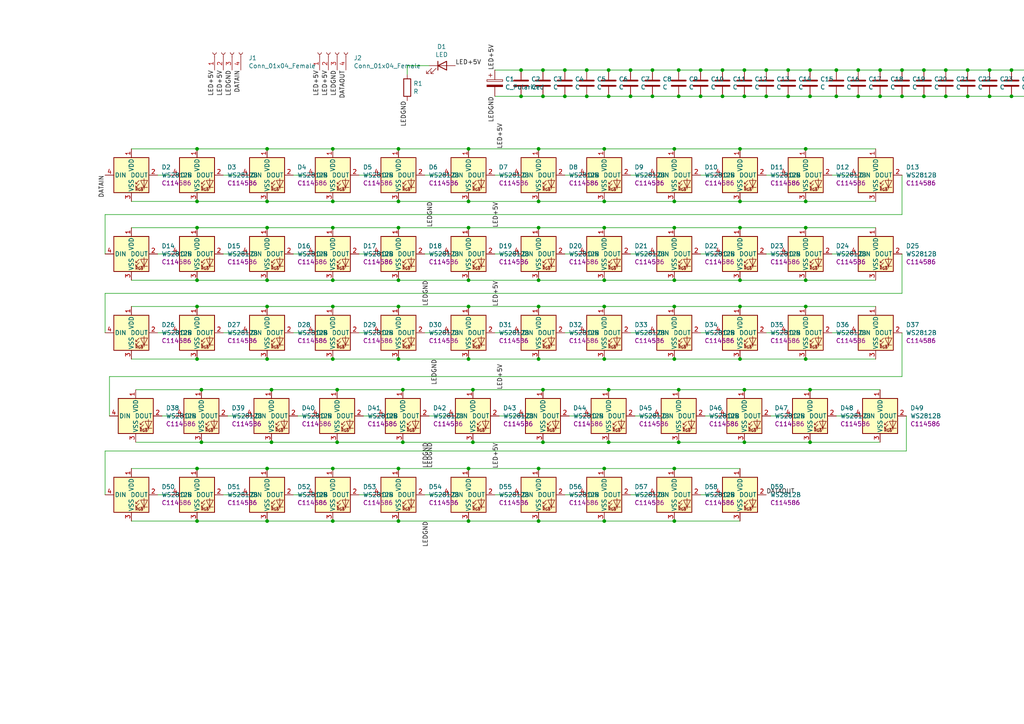
<source format=kicad_sch>
(kicad_sch (version 20211123) (generator eeschema)
  (paper "A4")
  (title_block (title "SNSR PANEL") (date "2023-02-10") (rev "3"))
  (junction (at 175.26 58.42))
  (junction (at 509.27 27.94))
  (junction (at 77.47 135.89))
  (junction (at 78.74 113.03))
  (junction (at 115.57 151.13))
  (junction (at 359.41 20.32))
  (junction (at 135.89 88.9))
  (junction (at 255.27 27.94))
  (junction (at 287.02 27.94))
  (junction (at 137.16 113.03))
  (junction (at 57.15 88.9))
  (junction (at 182.88 20.32))
  (junction (at 157.48 113.03))
  (junction (at 417.83 27.94))
  (junction (at 299.72 20.32))
  (junction (at 482.6 20.32))
  (junction (at 57.15 151.13))
  (junction (at 196.85 113.03))
  (junction (at 313.69 27.94))
  (junction (at 115.57 88.9))
  (junction (at 57.15 135.89))
  (junction (at 339.09 27.94))
  (junction (at 372.11 27.94))
  (junction (at 77.47 151.13))
  (junction (at 57.15 104.14))
  (junction (at 115.57 58.42))
  (junction (at 96.52 88.9))
  (junction (at 215.9 27.94))
  (junction (at 365.76 20.32))
  (junction (at 353.06 27.94))
  (junction (at 234.95 27.94))
  (junction (at 96.52 81.28))
  (junction (at 392.43 27.94))
  (junction (at 261.62 27.94))
  (junction (at 274.32 20.32))
  (junction (at 77.47 81.28))
  (junction (at 203.2 27.94))
  (junction (at 488.95 27.94))
  (junction (at 157.48 27.94))
  (junction (at 424.18 20.32))
  (junction (at 405.13 27.94))
  (junction (at 77.47 88.9))
  (junction (at 182.88 27.94))
  (junction (at 339.09 20.32))
  (junction (at 463.55 20.32))
  (junction (at 77.47 66.04))
  (junction (at 115.57 43.18))
  (junction (at 195.58 58.42))
  (junction (at 77.47 43.18))
  (junction (at 430.53 27.94))
  (junction (at 386.08 20.32))
  (junction (at 332.74 27.94))
  (junction (at 233.68 58.42))
  (junction (at 280.67 27.94))
  (junction (at 96.52 104.14))
  (junction (at 135.89 43.18))
  (junction (at 176.53 20.32))
  (junction (at 156.21 43.18))
  (junction (at 248.92 27.94))
  (junction (at 320.04 27.94))
  (junction (at 175.26 66.04))
  (junction (at 156.21 58.42))
  (junction (at 450.85 20.32))
  (junction (at 209.55 27.94))
  (junction (at 267.97 27.94))
  (junction (at 233.68 104.14))
  (junction (at 215.9 20.32))
  (junction (at 135.89 135.89))
  (junction (at 189.23 27.94))
  (junction (at 457.2 27.94))
  (junction (at 457.2 20.32))
  (junction (at 307.34 20.32))
  (junction (at 96.52 151.13))
  (junction (at 176.53 128.27))
  (junction (at 463.55 27.94))
  (junction (at 77.47 104.14))
  (junction (at 476.25 20.32))
  (junction (at 196.85 128.27))
  (junction (at 411.48 27.94))
  (junction (at 430.53 20.32))
  (junction (at 424.18 27.94))
  (junction (at 196.85 20.32))
  (junction (at 209.55 20.32))
  (junction (at 115.57 104.14))
  (junction (at 248.92 20.32))
  (junction (at 255.27 20.32))
  (junction (at 476.25 27.94))
  (junction (at 57.15 81.28))
  (junction (at 280.67 20.32))
  (junction (at 196.85 27.94))
  (junction (at 233.68 81.28))
  (junction (at 195.58 88.9))
  (junction (at 450.85 27.94))
  (junction (at 57.15 43.18))
  (junction (at 195.58 66.04))
  (junction (at 175.26 135.89))
  (junction (at 175.26 151.13))
  (junction (at 135.89 81.28))
  (junction (at 293.37 27.94))
  (junction (at 214.63 43.18))
  (junction (at 233.68 88.9))
  (junction (at 345.44 20.32))
  (junction (at 97.79 128.27))
  (junction (at 242.57 20.32))
  (junction (at 156.21 81.28))
  (junction (at 176.53 113.03))
  (junction (at 156.21 135.89))
  (junction (at 502.92 27.94))
  (junction (at 233.68 43.18))
  (junction (at 77.47 58.42))
  (junction (at 189.23 20.32))
  (junction (at 386.08 27.94))
  (junction (at 469.9 27.94))
  (junction (at 203.2 20.32))
  (junction (at 176.53 27.94))
  (junction (at 345.44 27.94))
  (junction (at 195.58 135.89))
  (junction (at 398.78 20.32))
  (junction (at 214.63 104.14))
  (junction (at 436.88 27.94))
  (junction (at 96.52 135.89))
  (junction (at 228.6 27.94))
  (junction (at 326.39 27.94))
  (junction (at 417.83 20.32))
  (junction (at 97.79 113.03))
  (junction (at 496.57 27.94))
  (junction (at 482.6 27.94))
  (junction (at 175.26 104.14))
  (junction (at 195.58 43.18))
  (junction (at 392.43 20.32))
  (junction (at 135.89 151.13))
  (junction (at 195.58 151.13))
  (junction (at 151.13 27.94))
  (junction (at 156.21 66.04))
  (junction (at 267.97 20.32))
  (junction (at 163.83 27.94))
  (junction (at 115.57 81.28))
  (junction (at 115.57 135.89))
  (junction (at 378.46 27.94))
  (junction (at 307.34 27.94))
  (junction (at 405.13 20.32))
  (junction (at 242.57 27.94))
  (junction (at 115.57 66.04))
  (junction (at 175.26 81.28))
  (junction (at 137.16 128.27))
  (junction (at 372.11 20.32))
  (junction (at 234.95 20.32))
  (junction (at 293.37 20.32))
  (junction (at 214.63 58.42))
  (junction (at 234.95 113.03))
  (junction (at 78.74 128.27))
  (junction (at 96.52 66.04))
  (junction (at 195.58 81.28))
  (junction (at 261.62 20.32))
  (junction (at 274.32 27.94))
  (junction (at 443.23 27.94))
  (junction (at 436.88 20.32))
  (junction (at 214.63 88.9))
  (junction (at 215.9 128.27))
  (junction (at 222.25 20.32))
  (junction (at 156.21 88.9))
  (junction (at 96.52 58.42))
  (junction (at 496.57 20.32))
  (junction (at 116.84 113.03))
  (junction (at 175.26 43.18))
  (junction (at 287.02 20.32))
  (junction (at 116.84 128.27))
  (junction (at 411.48 20.32))
  (junction (at 135.89 66.04))
  (junction (at 175.26 88.9))
  (junction (at 215.9 113.03))
  (junction (at 233.68 66.04))
  (junction (at 170.18 27.94))
  (junction (at 222.25 27.94))
  (junction (at 156.21 151.13))
  (junction (at 228.6 20.32))
  (junction (at 365.76 27.94))
  (junction (at 135.89 58.42))
  (junction (at 58.42 128.27))
  (junction (at 359.41 27.94))
  (junction (at 96.52 43.18))
  (junction (at 469.9 20.32))
  (junction (at 332.74 20.32))
  (junction (at 157.48 128.27))
  (junction (at 326.39 20.32))
  (junction (at 57.15 66.04))
  (junction (at 299.72 27.94))
  (junction (at 378.46 20.32))
  (junction (at 320.04 20.32))
  (junction (at 163.83 20.32))
  (junction (at 58.42 113.03))
  (junction (at 214.63 66.04))
  (junction (at 151.13 20.32))
  (junction (at 488.95 20.32))
  (junction (at 170.18 20.32))
  (junction (at 313.69 20.32))
  (junction (at 502.92 20.32))
  (junction (at 398.78 27.94))
  (junction (at 156.21 104.14))
  (junction (at 157.48 20.32))
  (junction (at 214.63 81.28))
  (junction (at 443.23 20.32))
  (junction (at 353.06 20.32))
  (junction (at 135.89 104.14))
  (junction (at 234.95 128.27))
  (junction (at 195.58 104.14))
  (junction (at 509.27 20.32))
  (junction (at 57.15 58.42))
  (wire (pts (xy 77.47 88.9) (xy 57.15 88.9)))
  (wire (pts (xy 411.48 27.94) (xy 405.13 27.94)))
  (wire (pts (xy 450.85 20.32) (xy 457.2 20.32)))
  (wire (pts (xy 255.27 20.32) (xy 261.62 20.32)))
  (wire (pts (xy 176.53 128.27) (xy 196.85 128.27)))
  (wire (pts (xy 38.1 151.13) (xy 57.15 151.13)))
  (wire (pts (xy 78.74 128.27) (xy 97.79 128.27)))
  (wire (pts (xy 45.72 143.51) (xy 49.53 143.51)))
  (wire (pts (xy 488.95 27.94) (xy 482.6 27.94)))
  (wire (pts (xy 436.88 20.32) (xy 443.23 20.32)))
  (wire (pts (xy 345.44 27.94) (xy 339.09 27.94)))
  (wire (pts (xy 457.2 27.94) (xy 450.85 27.94)))
  (wire (pts (xy 156.21 135.89) (xy 135.89 135.89)))
  (wire (pts (xy 49.53 73.66) (xy 45.72 73.66)))
  (wire (pts (xy 378.46 20.32) (xy 386.08 20.32)))
  (wire (pts (xy 175.26 88.9) (xy 156.21 88.9)))
  (wire (pts (xy 96.52 81.28) (xy 115.57 81.28)))
  (wire (pts (xy 417.83 20.32) (xy 424.18 20.32)))
  (wire (pts (xy 96.52 104.14) (xy 115.57 104.14)))
  (wire (pts (xy 57.15 81.28) (xy 77.47 81.28)))
  (wire (pts (xy 104.14 50.8) (xy 107.95 50.8)))
  (wire (pts (xy 214.63 81.28) (xy 233.68 81.28)))
  (wire (pts (xy 378.46 27.94) (xy 372.11 27.94)))
  (wire (pts (xy 233.68 104.14) (xy 254 104.14)))
  (wire (pts (xy 156.21 58.42) (xy 175.26 58.42)))
  (wire (pts (xy 262.89 120.65) (xy 262.89 130.81)))
  (wire (pts (xy 96.52 135.89) (xy 77.47 135.89)))
  (wire (pts (xy 64.77 143.51) (xy 69.85 143.51)))
  (wire (pts (xy 392.43 20.32) (xy 398.78 20.32)))
  (wire (pts (xy 417.83 27.94) (xy 411.48 27.94)))
  (wire (pts (xy 175.26 104.14) (xy 195.58 104.14)))
  (wire (pts (xy 204.47 120.65) (xy 208.28 120.65)))
  (wire (pts (xy 222.25 20.32) (xy 228.6 20.32)))
  (wire (pts (xy 151.13 27.94) (xy 143.51 27.94)))
  (wire (pts (xy 182.88 50.8) (xy 187.96 50.8)))
  (wire (pts (xy 176.53 113.03) (xy 157.48 113.03)))
  (wire (pts (xy 339.09 20.32) (xy 345.44 20.32)))
  (wire (pts (xy 156.21 104.14) (xy 175.26 104.14)))
  (wire (pts (xy 255.27 113.03) (xy 234.95 113.03)))
  (wire (pts (xy 320.04 27.94) (xy 313.69 27.94)))
  (wire (pts (xy 463.55 20.32) (xy 469.9 20.32)))
  (wire (pts (xy 163.83 27.94) (xy 157.48 27.94)))
  (wire (pts (xy 176.53 20.32) (xy 182.88 20.32)))
  (wire (pts (xy 261.62 96.52) (xy 261.62 109.22)))
  (wire (pts (xy 124.46 19.05) (xy 118.11 19.05)))
  (wire (pts (xy 261.62 27.94) (xy 255.27 27.94)))
  (wire (pts (xy 222.25 96.52) (xy 226.06 96.52)))
  (wire (pts (xy 424.18 20.32) (xy 430.53 20.32)))
  (wire (pts (xy 57.15 104.14) (xy 77.47 104.14)))
  (wire (pts (xy 135.89 135.89) (xy 115.57 135.89)))
  (wire (pts (xy 215.9 20.32) (xy 222.25 20.32)))
  (wire (pts (xy 274.32 20.32) (xy 280.67 20.32)))
  (wire (pts (xy 135.89 81.28) (xy 156.21 81.28)))
  (wire (pts (xy 430.53 20.32) (xy 436.88 20.32)))
  (wire (pts (xy 398.78 27.94) (xy 392.43 27.94)))
  (wire (pts (xy 332.74 20.32) (xy 339.09 20.32)))
  (wire (pts (xy 156.21 43.18) (xy 135.89 43.18)))
  (wire (pts (xy 267.97 20.32) (xy 274.32 20.32)))
  (wire (pts (xy 163.83 96.52) (xy 167.64 96.52)))
  (wire (pts (xy 77.47 66.04) (xy 57.15 66.04)))
  (wire (pts (xy 143.51 96.52) (xy 148.59 96.52)))
  (wire (pts (xy 430.53 27.94) (xy 424.18 27.94)))
  (wire (pts (xy 214.63 135.89) (xy 195.58 135.89)))
  (wire (pts (xy 30.48 62.23) (xy 30.48 73.66)))
  (wire (pts (xy 182.88 96.52) (xy 187.96 96.52)))
  (wire (pts (xy 66.04 120.65) (xy 71.12 120.65)))
  (wire (pts (xy 488.95 20.32) (xy 496.57 20.32)))
  (wire (pts (xy 207.01 73.66) (xy 203.2 73.66)))
  (wire (pts (xy 280.67 20.32) (xy 287.02 20.32)))
  (wire (pts (xy 241.3 50.8) (xy 246.38 50.8)))
  (wire (pts (xy 254 66.04) (xy 233.68 66.04)))
  (wire (pts (xy 175.26 66.04) (xy 156.21 66.04)))
  (wire (pts (xy 96.52 58.42) (xy 115.57 58.42)))
  (wire (pts (xy 215.9 113.03) (xy 196.85 113.03)))
  (wire (pts (xy 58.42 128.27) (xy 78.74 128.27)))
  (wire (pts (xy 57.15 151.13) (xy 77.47 151.13)))
  (wire (pts (xy 293.37 27.94) (xy 287.02 27.94)))
  (wire (pts (xy 515.62 27.94) (xy 509.27 27.94)))
  (wire (pts (xy 135.89 104.14) (xy 156.21 104.14)))
  (wire (pts (xy 469.9 27.94) (xy 463.55 27.94)))
  (wire (pts (xy 105.41 120.65) (xy 109.22 120.65)))
  (wire (pts (xy 307.34 27.94) (xy 299.72 27.94)))
  (wire (pts (xy 196.85 20.32) (xy 203.2 20.32)))
  (wire (pts (xy 261.62 62.23) (xy 30.48 62.23)))
  (wire (pts (xy 118.11 19.05) (xy 118.11 21.59)))
  (wire (pts (xy 195.58 88.9) (xy 175.26 88.9)))
  (wire (pts (xy 509.27 27.94) (xy 502.92 27.94)))
  (wire (pts (xy 58.42 113.03) (xy 39.37 113.03)))
  (wire (pts (xy 123.19 96.52) (xy 128.27 96.52)))
  (wire (pts (xy 137.16 113.03) (xy 116.84 113.03)))
  (wire (pts (xy 313.69 27.94) (xy 307.34 27.94)))
  (wire (pts (xy 359.41 27.94) (xy 353.06 27.94)))
  (wire (pts (xy 496.57 20.32) (xy 502.92 20.32)))
  (wire (pts (xy 124.46 120.65) (xy 129.54 120.65)))
  (wire (pts (xy 57.15 88.9) (xy 38.1 88.9)))
  (wire (pts (xy 143.51 143.51) (xy 148.59 143.51)))
  (wire (pts (xy 339.09 27.94) (xy 332.74 27.94)))
  (wire (pts (xy 170.18 20.32) (xy 176.53 20.32)))
  (wire (pts (xy 196.85 113.03) (xy 176.53 113.03)))
  (wire (pts (xy 222.25 50.8) (xy 226.06 50.8)))
  (wire (pts (xy 123.19 50.8) (xy 128.27 50.8)))
  (wire (pts (xy 57.15 58.42) (xy 77.47 58.42)))
  (wire (pts (xy 157.48 27.94) (xy 151.13 27.94)))
  (wire (pts (xy 176.53 27.94) (xy 170.18 27.94)))
  (wire (pts (xy 228.6 27.94) (xy 222.25 27.94)))
  (wire (pts (xy 443.23 20.32) (xy 450.85 20.32)))
  (wire (pts (xy 482.6 20.32) (xy 488.95 20.32)))
  (wire (pts (xy 184.15 120.65) (xy 189.23 120.65)))
  (wire (pts (xy 46.99 120.65) (xy 50.8 120.65)))
  (wire (pts (xy 287.02 27.94) (xy 280.67 27.94)))
  (wire (pts (xy 261.62 50.8) (xy 261.62 62.23)))
  (wire (pts (xy 163.83 20.32) (xy 170.18 20.32)))
  (wire (pts (xy 30.48 85.09) (xy 30.48 96.52)))
  (wire (pts (xy 248.92 20.32) (xy 255.27 20.32)))
  (wire (pts (xy 313.69 20.32) (xy 320.04 20.32)))
  (wire (pts (xy 38.1 58.42) (xy 57.15 58.42)))
  (wire (pts (xy 195.58 81.28) (xy 214.63 81.28)))
  (wire (pts (xy 242.57 20.32) (xy 248.92 20.32)))
  (wire (pts (xy 196.85 27.94) (xy 189.23 27.94)))
  (wire (pts (xy 77.47 43.18) (xy 57.15 43.18)))
  (wire (pts (xy 209.55 27.94) (xy 203.2 27.94)))
  (wire (pts (xy 234.95 27.94) (xy 228.6 27.94)))
  (wire (pts (xy 57.15 43.18) (xy 38.1 43.18)))
  (wire (pts (xy 233.68 58.42) (xy 254 58.42)))
  (wire (pts (xy 69.85 73.66) (xy 64.77 73.66)))
  (wire (pts (xy 123.19 143.51) (xy 128.27 143.51)))
  (wire (pts (xy 248.92 27.94) (xy 242.57 27.94)))
  (wire (pts (xy 38.1 81.28) (xy 57.15 81.28)))
  (wire (pts (xy 214.63 66.04) (xy 195.58 66.04)))
  (wire (pts (xy 182.88 20.32) (xy 189.23 20.32)))
  (wire (pts (xy 195.58 66.04) (xy 175.26 66.04)))
  (wire (pts (xy 242.57 27.94) (xy 234.95 27.94)))
  (wire (pts (xy 175.26 58.42) (xy 195.58 58.42)))
  (wire (pts (xy 45.72 50.8) (xy 49.53 50.8)))
  (wire (pts (xy 353.06 20.32) (xy 359.41 20.32)))
  (wire (pts (xy 307.34 20.32) (xy 313.69 20.32)))
  (wire (pts (xy 182.88 143.51) (xy 187.96 143.51)))
  (wire (pts (xy 332.74 27.94) (xy 326.39 27.94)))
  (wire (pts (xy 115.57 104.14) (xy 135.89 104.14)))
  (wire (pts (xy 496.57 27.94) (xy 488.95 27.94)))
  (wire (pts (xy 280.67 27.94) (xy 274.32 27.94)))
  (wire (pts (xy 261.62 73.66) (xy 261.62 85.09)))
  (wire (pts (xy 226.06 73.66) (xy 222.25 73.66)))
  (wire (pts (xy 215.9 128.27) (xy 234.95 128.27)))
  (wire (pts (xy 115.57 81.28) (xy 135.89 81.28)))
  (wire (pts (xy 214.63 43.18) (xy 195.58 43.18)))
  (wire (pts (xy 157.48 20.32) (xy 163.83 20.32)))
  (wire (pts (xy 359.41 20.32) (xy 365.76 20.32)))
  (wire (pts (xy 365.76 20.32) (xy 372.11 20.32)))
  (wire (pts (xy 57.15 135.89) (xy 38.1 135.89)))
  (wire (pts (xy 31.75 109.22) (xy 31.75 120.65)))
  (wire (pts (xy 151.13 20.32) (xy 157.48 20.32)))
  (wire (pts (xy 175.26 81.28) (xy 195.58 81.28)))
  (wire (pts (xy 144.78 120.65) (xy 149.86 120.65)))
  (wire (pts (xy 97.79 113.03) (xy 78.74 113.03)))
  (wire (pts (xy 39.37 128.27) (xy 58.42 128.27)))
  (wire (pts (xy 254 43.18) (xy 233.68 43.18)))
  (wire (pts (xy 88.9 73.66) (xy 85.09 73.66)))
  (wire (pts (xy 436.88 27.94) (xy 430.53 27.94)))
  (wire (pts (xy 222.25 27.94) (xy 215.9 27.94)))
  (wire (pts (xy 137.16 128.27) (xy 157.48 128.27)))
  (wire (pts (xy 293.37 20.32) (xy 299.72 20.32)))
  (wire (pts (xy 476.25 27.94) (xy 469.9 27.94)))
  (wire (pts (xy 386.08 20.32) (xy 392.43 20.32)))
  (wire (pts (xy 463.55 27.94) (xy 457.2 27.94)))
  (wire (pts (xy 203.2 50.8) (xy 207.01 50.8)))
  (wire (pts (xy 353.06 27.94) (xy 345.44 27.94)))
  (wire (pts (xy 255.27 27.94) (xy 248.92 27.94)))
  (wire (pts (xy 135.89 88.9) (xy 115.57 88.9)))
  (wire (pts (xy 97.79 128.27) (xy 116.84 128.27)))
  (wire (pts (xy 77.47 58.42) (xy 96.52 58.42)))
  (wire (pts (xy 187.96 73.66) (xy 182.88 73.66)))
  (wire (pts (xy 165.1 120.65) (xy 168.91 120.65)))
  (wire (pts (xy 234.95 113.03) (xy 215.9 113.03)))
  (wire (pts (xy 246.38 73.66) (xy 241.3 73.66)))
  (wire (pts (xy 77.47 81.28) (xy 96.52 81.28)))
  (wire (pts (xy 156.21 81.28) (xy 175.26 81.28)))
  (wire (pts (xy 195.58 151.13) (xy 214.63 151.13)))
  (wire (pts (xy 157.48 113.03) (xy 137.16 113.03)))
  (wire (pts (xy 320.04 20.32) (xy 326.39 20.32)))
  (wire (pts (xy 242.57 120.65) (xy 247.65 120.65)))
  (wire (pts (xy 135.89 151.13) (xy 156.21 151.13)))
  (wire (pts (xy 241.3 96.52) (xy 246.38 96.52)))
  (wire (pts (xy 203.2 96.52) (xy 207.01 96.52)))
  (wire (pts (xy 365.76 27.94) (xy 359.41 27.94)))
  (wire (pts (xy 195.58 43.18) (xy 175.26 43.18)))
  (wire (pts (xy 502.92 20.32) (xy 509.27 20.32)))
  (wire (pts (xy 85.09 143.51) (xy 88.9 143.51)))
  (wire (pts (xy 156.21 66.04) (xy 135.89 66.04)))
  (wire (pts (xy 195.58 135.89) (xy 175.26 135.89)))
  (wire (pts (xy 203.2 143.51) (xy 207.01 143.51)))
  (wire (pts (xy 214.63 58.42) (xy 233.68 58.42)))
  (wire (pts (xy 261.62 85.09) (xy 30.48 85.09)))
  (wire (pts (xy 223.52 120.65) (xy 227.33 120.65)))
  (wire (pts (xy 85.09 50.8) (xy 88.9 50.8)))
  (wire (pts (xy 167.64 73.66) (xy 163.83 73.66)))
  (wire (pts (xy 392.43 27.94) (xy 386.08 27.94)))
  (wire (pts (xy 96.52 151.13) (xy 115.57 151.13)))
  (wire (pts (xy 509.27 20.32) (xy 515.62 20.32)))
  (wire (pts (xy 233.68 66.04) (xy 214.63 66.04)))
  (wire (pts (xy 443.23 27.94) (xy 436.88 27.94)))
  (wire (pts (xy 233.68 43.18) (xy 214.63 43.18)))
  (wire (pts (xy 195.58 104.14) (xy 214.63 104.14)))
  (wire (pts (xy 372.11 27.94) (xy 365.76 27.94)))
  (wire (pts (xy 195.58 58.42) (xy 214.63 58.42)))
  (wire (pts (xy 38.1 104.14) (xy 57.15 104.14)))
  (wire (pts (xy 78.74 113.03) (xy 58.42 113.03)))
  (wire (pts (xy 326.39 27.94) (xy 320.04 27.94)))
  (wire (pts (xy 157.48 128.27) (xy 176.53 128.27)))
  (wire (pts (xy 115.57 58.42) (xy 135.89 58.42)))
  (wire (pts (xy 175.26 43.18) (xy 156.21 43.18)))
  (wire (pts (xy 30.48 130.81) (xy 30.48 143.51)))
  (wire (pts (xy 170.18 27.94) (xy 163.83 27.94)))
  (wire (pts (xy 189.23 27.94) (xy 182.88 27.94)))
  (wire (pts (xy 234.95 20.32) (xy 242.57 20.32)))
  (wire (pts (xy 96.52 66.04) (xy 77.47 66.04)))
  (wire (pts (xy 135.89 58.42) (xy 156.21 58.42)))
  (wire (pts (xy 287.02 20.32) (xy 293.37 20.32)))
  (wire (pts (xy 45.72 96.52) (xy 49.53 96.52)))
  (wire (pts (xy 128.27 73.66) (xy 123.19 73.66)))
  (wire (pts (xy 476.25 20.32) (xy 482.6 20.32)))
  (wire (pts (xy 214.63 104.14) (xy 233.68 104.14)))
  (wire (pts (xy 64.77 50.8) (xy 69.85 50.8)))
  (wire (pts (xy 215.9 27.94) (xy 209.55 27.94)))
  (wire (pts (xy 214.63 88.9) (xy 195.58 88.9)))
  (wire (pts (xy 135.89 66.04) (xy 115.57 66.04)))
  (wire (pts (xy 115.57 88.9) (xy 96.52 88.9)))
  (wire (pts (xy 104.14 96.52) (xy 107.95 96.52)))
  (wire (pts (xy 175.26 135.89) (xy 156.21 135.89)))
  (wire (pts (xy 262.89 130.81) (xy 30.48 130.81)))
  (wire (pts (xy 203.2 20.32) (xy 209.55 20.32)))
  (wire (pts (xy 345.44 20.32) (xy 353.06 20.32)))
  (wire (pts (xy 254 88.9) (xy 233.68 88.9)))
  (wire (pts (xy 398.78 20.32) (xy 405.13 20.32)))
  (wire (pts (xy 424.18 27.94) (xy 417.83 27.94)))
  (wire (pts (xy 189.23 20.32) (xy 196.85 20.32)))
  (wire (pts (xy 411.48 20.32) (xy 417.83 20.32)))
  (wire (pts (xy 274.32 27.94) (xy 267.97 27.94)))
  (wire (pts (xy 115.57 151.13) (xy 135.89 151.13)))
  (wire (pts (xy 104.14 143.51) (xy 107.95 143.51)))
  (wire (pts (xy 450.85 27.94) (xy 443.23 27.94)))
  (wire (pts (xy 143.51 50.8) (xy 148.59 50.8)))
  (wire (pts (xy 64.77 96.52) (xy 69.85 96.52)))
  (wire (pts (xy 156.21 88.9) (xy 135.89 88.9)))
  (wire (pts (xy 115.57 66.04) (xy 96.52 66.04)))
  (wire (pts (xy 482.6 27.94) (xy 476.25 27.94)))
  (wire (pts (xy 156.21 151.13) (xy 175.26 151.13)))
  (wire (pts (xy 77.47 135.89) (xy 57.15 135.89)))
  (wire (pts (xy 299.72 20.32) (xy 307.34 20.32)))
  (wire (pts (xy 372.11 20.32) (xy 378.46 20.32)))
  (wire (pts (xy 96.52 88.9) (xy 77.47 88.9)))
  (wire (pts (xy 261.62 20.32) (xy 267.97 20.32)))
  (wire (pts (xy 107.95 73.66) (xy 104.14 73.66)))
  (wire (pts (xy 96.52 43.18) (xy 77.47 43.18)))
  (wire (pts (xy 115.57 43.18) (xy 96.52 43.18)))
  (wire (pts (xy 405.13 27.94) (xy 398.78 27.94)))
  (wire (pts (xy 209.55 20.32) (xy 215.9 20.32)))
  (wire (pts (xy 502.92 27.94) (xy 496.57 27.94)))
  (wire (pts (xy 143.51 20.32) (xy 151.13 20.32)))
  (wire (pts (xy 267.97 27.94) (xy 261.62 27.94)))
  (wire (pts (xy 182.88 27.94) (xy 176.53 27.94)))
  (wire (pts (xy 135.89 43.18) (xy 115.57 43.18)))
  (wire (pts (xy 299.72 27.94) (xy 293.37 27.94)))
  (wire (pts (xy 233.68 88.9) (xy 214.63 88.9)))
  (wire (pts (xy 326.39 20.32) (xy 332.74 20.32)))
  (wire (pts (xy 57.15 66.04) (xy 38.1 66.04)))
  (wire (pts (xy 469.9 20.32) (xy 476.25 20.32)))
  (wire (pts (xy 234.95 128.27) (xy 255.27 128.27)))
  (wire (pts (xy 163.83 143.51) (xy 167.64 143.51)))
  (wire (pts (xy 77.47 104.14) (xy 96.52 104.14)))
  (wire (pts (xy 203.2 27.94) (xy 196.85 27.94)))
  (wire (pts (xy 116.84 128.27) (xy 137.16 128.27)))
  (wire (pts (xy 86.36 120.65) (xy 90.17 120.65)))
  (wire (pts (xy 196.85 128.27) (xy 215.9 128.27)))
  (wire (pts (xy 116.84 113.03) (xy 97.79 113.03)))
  (wire (pts (xy 148.59 73.66) (xy 143.51 73.66)))
  (wire (pts (xy 228.6 20.32) (xy 234.95 20.32)))
  (wire (pts (xy 77.47 151.13) (xy 96.52 151.13)))
  (wire (pts (xy 163.83 50.8) (xy 167.64 50.8)))
  (wire (pts (xy 233.68 81.28) (xy 254 81.28)))
  (wire (pts (xy 175.26 151.13) (xy 195.58 151.13)))
  (wire (pts (xy 457.2 20.32) (xy 463.55 20.32)))
  (wire (pts (xy 85.09 96.52) (xy 88.9 96.52)))
  (wire (pts (xy 405.13 20.32) (xy 411.48 20.32)))
  (wire (pts (xy 261.62 109.22) (xy 31.75 109.22)))
  (wire (pts (xy 115.57 135.89) (xy 96.52 135.89)))
  (wire (pts (xy 386.08 27.94) (xy 378.46 27.94)))
  (label "LEDGND" (at 67.31 20.32 270))
  (label "LEDGND" (at 97.79 20.32 270))
  (label "LED+5V" (at 144.78 135.89 90))
  (label "LED+5V" (at 95.25 20.32 270))
  (label "LEDGND" (at 125.73 58.42 270))
  (label "LEDGND" (at 125.73 128.27 270))
  (label "LED+5V" (at 143.51 20.32 90))
  (label "LED+5V" (at 62.23 20.32 270))
  (label "LEDGND" (at 124.46 81.28 270))
  (label "LEDGND" (at 143.51 27.94 270))
  (label "DATAOUT" (at 222.25 143.51 0))
  (label "LED+5V" (at 92.71 20.32 270))
  (label "LED+5V" (at 146.05 113.03 90))
  (label "LEDGND" (at 124.46 128.27 270))
  (label "LED+5V" (at 132.08 19.05 0))
  (label "LED+5V" (at 144.78 88.9 90))
  (label "DATAIN" (at 69.85 20.32 270))
  (label "LED+5V" (at 64.77 20.32 270))
  (label "LEDGND" (at 127 104.14 270))
  (label "LEDGND" (at 118.11 29.21 270))
  (label "DATAIN" (at 30.48 50.8 270))
  (label "LED+5V" (at 144.78 66.04 90))
  (label "LEDGND" (at 124.46 151.13 270))
  (label "DATAOUT" (at 100.33 20.32 270))
  (label "LED+5V" (at 146.05 43.18 90))
  (symbol (lib_id "Device:C") (at 151.13 24.13 0) (unit 1)
    (property "Reference" "C2" (at 154.051 22.9616 0) (effects (justify left)))
    (property "Value" "C" (at 154.051 25.273 0) (effects (justify left)))
    (property "Footprint" "OH_Footprints:C_0603_1608Metric" (effects hide))
  )
  (symbol (lib_id "Device:C") (at 157.48 24.13 0) (unit 1)
    (property "Reference" "C3" (at 160.401 22.9616 0) (effects (justify left)))
    (property "Value" "C" (at 160.401 25.273 0) (effects (justify left)))
    (property "Footprint" "OH_Footprints:C_0603_1608Metric" (effects hide))
  )
  (symbol (lib_id "Device:C") (at 163.83 24.13 0) (unit 1)
    (property "Reference" "C4" (at 166.751 22.9616 0) (effects (justify left)))
    (property "Value" "C" (at 166.751 25.273 0) (effects (justify left)))
    (property "Footprint" "OH_Footprints:C_0603_1608Metric" (effects hide))
  )
  (symbol (lib_id "Device:C") (at 170.18 24.13 0) (unit 1)
    (property "Reference" "C5" (at 173.101 22.9616 0) (effects (justify left)))
    (property "Value" "C" (at 173.101 25.273 0) (effects (justify left)))
    (property "Footprint" "OH_Footprints:C_0603_1608Metric" (effects hide))
  )
  (symbol (lib_id "Device:C") (at 176.53 24.13 0) (unit 1)
    (property "Reference" "C6" (at 179.451 22.9616 0) (effects (justify left)))
    (property "Value" "C" (at 179.451 25.273 0) (effects (justify left)))
    (property "Footprint" "OH_Footprints:C_0603_1608Metric" (effects hide))
  )
  (symbol (lib_id "Device:C") (at 182.88 24.13 0) (unit 1)
    (property "Reference" "C7" (at 185.801 22.9616 0) (effects (justify left)))
    (property "Value" "C" (at 185.801 25.273 0) (effects (justify left)))
    (property "Footprint" "OH_Footprints:C_0603_1608Metric" (effects hide))
  )
  (symbol (lib_id "Device:C") (at 189.23 24.13 0) (unit 1)
    (property "Reference" "C8" (at 192.151 22.9616 0) (effects (justify left)))
    (property "Value" "C" (at 192.151 25.273 0) (effects (justify left)))
    (property "Footprint" "OH_Footprints:C_0603_1608Metric" (effects hide))
  )
  (symbol (lib_id "Device:C") (at 196.85 24.13 0) (unit 1)
    (property "Reference" "C9" (at 199.771 22.9616 0) (effects (justify left)))
    (property "Value" "C" (at 199.771 25.273 0) (effects (justify left)))
    (property "Footprint" "OH_Footprints:C_0603_1608Metric" (effects hide))
  )
  (symbol (lib_id "Device:C") (at 203.2 24.13 0) (unit 1)
    (property "Reference" "C10" (at 206.121 22.9616 0) (effects (justify left)))
    (property "Value" "C" (at 206.121 25.273 0) (effects (justify left)))
    (property "Footprint" "OH_Footprints:C_0603_1608Metric" (effects hide))
  )
  (symbol (lib_id "Device:C") (at 209.55 24.13 0) (unit 1)
    (property "Reference" "C11" (at 212.471 22.9616 0) (effects (justify left)))
    (property "Value" "C" (at 212.471 25.273 0) (effects (justify left)))
    (property "Footprint" "OH_Footprints:C_0603_1608Metric" (effects hide))
  )
  (symbol (lib_id "Device:C") (at 215.9 24.13 0) (unit 1)
    (property "Reference" "C12" (at 218.821 22.9616 0) (effects (justify left)))
    (property "Value" "C" (at 218.821 25.273 0) (effects (justify left)))
    (property "Footprint" "OH_Footprints:C_0603_1608Metric" (effects hide))
  )
  (symbol (lib_id "Device:C") (at 222.25 24.13 0) (unit 1)
    (property "Reference" "C13" (at 225.171 22.9616 0) (effects (justify left)))
    (property "Value" "C" (at 225.171 25.273 0) (effects (justify left)))
    (property "Footprint" "OH_Footprints:C_0603_1608Metric" (effects hide))
  )
  (symbol (lib_id "Device:C") (at 228.6 24.13 0) (unit 1)
    (property "Reference" "C14" (at 231.521 22.9616 0) (effects (justify left)))
    (property "Value" "C" (at 231.521 25.273 0) (effects (justify left)))
    (property "Footprint" "OH_Footprints:C_0603_1608Metric" (effects hide))
  )
  (symbol (lib_id "Device:C") (at 234.95 24.13 0) (unit 1)
    (property "Reference" "C15" (at 237.871 22.9616 0) (effects (justify left)))
    (property "Value" "C" (at 237.871 25.273 0) (effects (justify left)))
    (property "Footprint" "OH_Footprints:C_0603_1608Metric" (effects hide))
  )
  (symbol (lib_id "Device:C") (at 242.57 24.13 0) (unit 1)
    (property "Reference" "C16" (at 245.491 22.9616 0) (effects (justify left)))
    (property "Value" "C" (at 245.491 25.273 0) (effects (justify left)))
    (property "Footprint" "OH_Footprints:C_0603_1608Metric" (effects hide))
  )
  (symbol (lib_id "Device:C") (at 248.92 24.13 0) (unit 1)
    (property "Reference" "C17" (at 251.841 22.9616 0) (effects (justify left)))
    (property "Value" "C" (at 251.841 25.273 0) (effects (justify left)))
    (property "Footprint" "OH_Footprints:C_0603_1608Metric" (effects hide))
  )
  (symbol (lib_id "Device:C") (at 255.27 24.13 0) (unit 1)
    (property "Reference" "C18" (at 258.191 22.9616 0) (effects (justify left)))
    (property "Value" "C" (at 258.191 25.273 0) (effects (justify left)))
    (property "Footprint" "OH_Footprints:C_0603_1608Metric" (effects hide))
  )
  (symbol (lib_id "Device:C") (at 261.62 24.13 0) (unit 1)
    (property "Reference" "C19" (at 264.541 22.9616 0) (effects (justify left)))
    (property "Value" "C" (at 264.541 25.273 0) (effects (justify left)))
    (property "Footprint" "OH_Footprints:C_0603_1608Metric" (effects hide))
  )
  (symbol (lib_id "Device:C_Polarized") (at 143.51 24.13 0) (unit 1)
    (property "Reference" "C1" (at 146.5072 22.9616 0) (effects (justify left)))
    (property "Value" "C_Polarized" (at 146.5072 25.273 0) (effects (justify left)))
    (property "Footprint" "OH_Footprints:CP_Elec_8x10" (effects hide))
  )
  (symbol (lib_id "LED:WS2812B") (at 38.1 50.8 0) (unit 1)
    (property "Reference" "D2" (at 46.8376 48.4886 0) (effects (justify left)))
    (property "Value" "WS2812B" (at 46.8376 50.8 0) (effects (justify left)))
    (property "Footprint" "OH_Footprints:LED_WS2812B_PLCC4_5.0x5.0mm_P3.2mm" (effects hide))
    (property "Datasheet" "https://cdn-shop.adafruit.com/datasheets/WS2812B.pdf" (effects hide))
    (property "LCSC Part Number" "C114586" (at 46.8376 53.1114 0) (effects (justify left)))
  )
  (symbol (lib_id "Device:R") (at 118.11 25.4 0) (unit 1)
    (property "Reference" "R1" (at 119.888 24.2316 0) (effects (justify left)))
    (property "Value" "R" (at 119.888 26.543 0) (effects (justify left)))
    (property "Footprint" "OH_Footprints:R_0603_1608Metric" (effects hide))
  )
  (symbol (lib_id "Device:LED") (at 128.27 19.05 0) (unit 1)
    (property "Reference" "D1" (at 128.0922 13.5382 0))
    (property "Value" "LED" (at 128.0922 15.8496 0))
    (property "Footprint" "OH_Footprints:LED_D3.0mm" (effects hide))
  )
  (symbol (lib_id "Connector:Conn_01x04_Female") (at 64.77 15.24 90) (unit 1)
    (property "Reference" "J1" (at 72.0852 16.8148 90) (effects (justify right)))
    (property "Value" "Conn_01x04_Female" (at 72.0852 19.1262 90) (effects (justify right)))
    (property "Footprint" "OH_Footprints:Molex_Mini-Fit_Jr_5566-04A_2x02_P4.20mm_Vertical" (effects hide))
  )
  (symbol (lib_id "Connector:Conn_01x04_Female") (at 95.25 15.24 90) (unit 1)
    (property "Reference" "J2" (at 102.5652 16.8148 90) (effects (justify right)))
    (property "Value" "Conn_01x04_Female" (at 102.5652 19.1262 90) (effects (justify right)))
    (property "Footprint" "OH_Footprints:Molex_Mini-Fit_Jr_5566-04A_2x02_P4.20mm_Vertical" (effects hide))
  )
  (symbol (lib_id "LED:WS2812B") (at 57.15 50.8 0) (unit 1)
    (property "Reference" "D3" (at 65.8876 48.4886 0) (effects (justify left)))
    (property "Value" "WS2812B" (at 65.8876 50.8 0) (effects (justify left)))
    (property "Footprint" "OH_Footprints:LED_WS2812B_PLCC4_5.0x5.0mm_P3.2mm" (effects hide))
    (property "Datasheet" "https://cdn-shop.adafruit.com/datasheets/WS2812B.pdf" (effects hide))
    (property "LCSC Part Number" "C114586" (at 65.8876 53.1114 0) (effects (justify left)))
  )
  (symbol (lib_id "LED:WS2812B") (at 77.47 50.8 0) (unit 1)
    (property "Reference" "D4" (at 86.2076 48.4886 0) (effects (justify left)))
    (property "Value" "WS2812B" (at 86.2076 50.8 0) (effects (justify left)))
    (property "Footprint" "OH_Footprints:LED_WS2812B_PLCC4_5.0x5.0mm_P3.2mm" (effects hide))
    (property "Datasheet" "https://cdn-shop.adafruit.com/datasheets/WS2812B.pdf" (effects hide))
    (property "LCSC Part Number" "C114586" (at 86.2076 53.1114 0) (effects (justify left)))
  )
  (symbol (lib_id "LED:WS2812B") (at 96.52 50.8 0) (unit 1)
    (property "Reference" "D5" (at 105.2576 48.4886 0) (effects (justify left)))
    (property "Value" "WS2812B" (at 105.2576 50.8 0) (effects (justify left)))
    (property "Footprint" "OH_Footprints:LED_WS2812B_PLCC4_5.0x5.0mm_P3.2mm" (effects hide))
    (property "Datasheet" "https://cdn-shop.adafruit.com/datasheets/WS2812B.pdf" (effects hide))
    (property "LCSC Part Number" "C114586" (at 105.2576 53.1114 0) (effects (justify left)))
  )
  (symbol (lib_id "LED:WS2812B") (at 115.57 50.8 0) (unit 1)
    (property "Reference" "D6" (at 124.3076 48.4886 0) (effects (justify left)))
    (property "Value" "WS2812B" (at 124.3076 50.8 0) (effects (justify left)))
    (property "Footprint" "OH_Footprints:LED_WS2812B_PLCC4_5.0x5.0mm_P3.2mm" (effects hide))
    (property "Datasheet" "https://cdn-shop.adafruit.com/datasheets/WS2812B.pdf" (effects hide))
    (property "LCSC Part Number" "C114586" (at 124.3076 53.1114 0) (effects (justify left)))
  )
  (symbol (lib_id "LED:WS2812B") (at 135.89 50.8 0) (unit 1)
    (property "Reference" "D7" (at 144.6276 48.4886 0) (effects (justify left)))
    (property "Value" "WS2812B" (at 144.6276 50.8 0) (effects (justify left)))
    (property "Footprint" "OH_Footprints:LED_WS2812B_PLCC4_5.0x5.0mm_P3.2mm" (effects hide))
    (property "Datasheet" "https://cdn-shop.adafruit.com/datasheets/WS2812B.pdf" (effects hide))
    (property "LCSC Part Number" "C114586" (at 144.6276 53.1114 0) (effects (justify left)))
  )
  (symbol (lib_id "LED:WS2812B") (at 156.21 50.8 0) (unit 1)
    (property "Reference" "D8" (at 164.9476 48.4886 0) (effects (justify left)))
    (property "Value" "WS2812B" (at 164.9476 50.8 0) (effects (justify left)))
    (property "Footprint" "OH_Footprints:LED_WS2812B_PLCC4_5.0x5.0mm_P3.2mm" (effects hide))
    (property "Datasheet" "https://cdn-shop.adafruit.com/datasheets/WS2812B.pdf" (effects hide))
    (property "LCSC Part Number" "C114586" (at 164.9476 53.1114 0) (effects (justify left)))
  )
  (symbol (lib_id "LED:WS2812B") (at 175.26 50.8 0) (unit 1)
    (property "Reference" "D9" (at 183.9976 48.4886 0) (effects (justify left)))
    (property "Value" "WS2812B" (at 183.9976 50.8 0) (effects (justify left)))
    (property "Footprint" "OH_Footprints:LED_WS2812B_PLCC4_5.0x5.0mm_P3.2mm" (effects hide))
    (property "Datasheet" "https://cdn-shop.adafruit.com/datasheets/WS2812B.pdf" (effects hide))
    (property "LCSC Part Number" "C114586" (at 183.9976 53.1114 0) (effects (justify left)))
  )
  (symbol (lib_id "LED:WS2812B") (at 195.58 50.8 0) (unit 1)
    (property "Reference" "D10" (at 204.3176 48.4886 0) (effects (justify left)))
    (property "Value" "WS2812B" (at 204.3176 50.8 0) (effects (justify left)))
    (property "Footprint" "OH_Footprints:LED_WS2812B_PLCC4_5.0x5.0mm_P3.2mm" (effects hide))
    (property "Datasheet" "https://cdn-shop.adafruit.com/datasheets/WS2812B.pdf" (effects hide))
    (property "LCSC Part Number" "C114586" (at 204.3176 53.1114 0) (effects (justify left)))
  )
  (symbol (lib_id "LED:WS2812B") (at 214.63 50.8 0) (unit 1)
    (property "Reference" "D11" (at 223.3676 48.4886 0) (effects (justify left)))
    (property "Value" "WS2812B" (at 223.3676 50.8 0) (effects (justify left)))
    (property "Footprint" "OH_Footprints:LED_WS2812B_PLCC4_5.0x5.0mm_P3.2mm" (effects hide))
    (property "Datasheet" "https://cdn-shop.adafruit.com/datasheets/WS2812B.pdf" (effects hide))
    (property "LCSC Part Number" "C114586" (at 223.3676 53.1114 0) (effects (justify left)))
  )
  (symbol (lib_id "LED:WS2812B") (at 233.68 50.8 0) (unit 1)
    (property "Reference" "D12" (at 242.4176 48.4886 0) (effects (justify left)))
    (property "Value" "WS2812B" (at 242.4176 50.8 0) (effects (justify left)))
    (property "Footprint" "OH_Footprints:LED_WS2812B_PLCC4_5.0x5.0mm_P3.2mm" (effects hide))
    (property "Datasheet" "https://cdn-shop.adafruit.com/datasheets/WS2812B.pdf" (effects hide))
    (property "LCSC Part Number" "C114586" (at 242.4176 53.1114 0) (effects (justify left)))
  )
  (symbol (lib_id "LED:WS2812B") (at 254 50.8 0) (unit 1)
    (property "Reference" "D13" (at 262.7376 48.4886 0) (effects (justify left)))
    (property "Value" "WS2812B" (at 262.7376 50.8 0) (effects (justify left)))
    (property "Footprint" "OH_Footprints:LED_WS2812B_PLCC4_5.0x5.0mm_P3.2mm" (effects hide))
    (property "Datasheet" "https://cdn-shop.adafruit.com/datasheets/WS2812B.pdf" (effects hide))
    (property "LCSC Part Number" "C114586" (at 262.7376 53.1114 0) (effects (justify left)))
  )
  (symbol (lib_id "LED:WS2812B") (at 38.1 73.66 0) (unit 1)
    (property "Reference" "D14" (at 46.8376 71.3486 0) (effects (justify left)))
    (property "Value" "WS2812B" (at 46.8376 73.66 0) (effects (justify left)))
    (property "Footprint" "OH_Footprints:LED_WS2812B_PLCC4_5.0x5.0mm_P3.2mm" (effects hide))
    (property "Datasheet" "https://cdn-shop.adafruit.com/datasheets/WS2812B.pdf" (effects hide))
    (property "LCSC Part Number" "C114586" (at 46.8376 75.9714 0) (effects (justify left)))
  )
  (symbol (lib_id "LED:WS2812B") (at 57.15 73.66 0) (unit 1)
    (property "Reference" "D15" (at 65.8876 71.3486 0) (effects (justify left)))
    (property "Value" "WS2812B" (at 65.8876 73.66 0) (effects (justify left)))
    (property "Footprint" "OH_Footprints:LED_WS2812B_PLCC4_5.0x5.0mm_P3.2mm" (effects hide))
    (property "Datasheet" "https://cdn-shop.adafruit.com/datasheets/WS2812B.pdf" (effects hide))
    (property "LCSC Part Number" "C114586" (at 65.8876 75.9714 0) (effects (justify left)))
  )
  (symbol (lib_id "LED:WS2812B") (at 77.47 73.66 0) (unit 1)
    (property "Reference" "D16" (at 86.2076 71.3486 0) (effects (justify left)))
    (property "Value" "WS2812B" (at 86.2076 73.66 0) (effects (justify left)))
    (property "Footprint" "OH_Footprints:LED_WS2812B_PLCC4_5.0x5.0mm_P3.2mm" (effects hide))
    (property "Datasheet" "https://cdn-shop.adafruit.com/datasheets/WS2812B.pdf" (effects hide))
    (property "LCSC Part Number" "C114586" (at 86.2076 75.9714 0) (effects (justify left)))
  )
  (symbol (lib_id "LED:WS2812B") (at 96.52 73.66 0) (unit 1)
    (property "Reference" "D17" (at 105.2576 71.3486 0) (effects (justify left)))
    (property "Value" "WS2812B" (at 105.2576 73.66 0) (effects (justify left)))
    (property "Footprint" "OH_Footprints:LED_WS2812B_PLCC4_5.0x5.0mm_P3.2mm" (effects hide))
    (property "Datasheet" "https://cdn-shop.adafruit.com/datasheets/WS2812B.pdf" (effects hide))
    (property "LCSC Part Number" "C114586" (at 105.2576 75.9714 0) (effects (justify left)))
  )
  (symbol (lib_id "LED:WS2812B") (at 115.57 73.66 0) (unit 1)
    (property "Reference" "D18" (at 124.3076 71.3486 0) (effects (justify left)))
    (property "Value" "WS2812B" (at 124.3076 73.66 0) (effects (justify left)))
    (property "Footprint" "OH_Footprints:LED_WS2812B_PLCC4_5.0x5.0mm_P3.2mm" (effects hide))
    (property "Datasheet" "https://cdn-shop.adafruit.com/datasheets/WS2812B.pdf" (effects hide))
    (property "LCSC Part Number" "C114586" (at 124.3076 75.9714 0) (effects (justify left)))
  )
  (symbol (lib_id "LED:WS2812B") (at 135.89 73.66 0) (unit 1)
    (property "Reference" "D19" (at 144.6276 71.3486 0) (effects (justify left)))
    (property "Value" "WS2812B" (at 144.6276 73.66 0) (effects (justify left)))
    (property "Footprint" "OH_Footprints:LED_WS2812B_PLCC4_5.0x5.0mm_P3.2mm" (effects hide))
    (property "Datasheet" "https://cdn-shop.adafruit.com/datasheets/WS2812B.pdf" (effects hide))
    (property "LCSC Part Number" "C114586" (at 144.6276 75.9714 0) (effects (justify left)))
  )
  (symbol (lib_id "LED:WS2812B") (at 156.21 73.66 0) (unit 1)
    (property "Reference" "D20" (at 164.9476 71.3486 0) (effects (justify left)))
    (property "Value" "WS2812B" (at 164.9476 73.66 0) (effects (justify left)))
    (property "Footprint" "OH_Footprints:LED_WS2812B_PLCC4_5.0x5.0mm_P3.2mm" (effects hide))
    (property "Datasheet" "https://cdn-shop.adafruit.com/datasheets/WS2812B.pdf" (effects hide))
    (property "LCSC Part Number" "C114586" (at 164.9476 75.9714 0) (effects (justify left)))
  )
  (symbol (lib_id "LED:WS2812B") (at 175.26 73.66 0) (unit 1)
    (property "Reference" "D21" (at 183.9976 71.3486 0) (effects (justify left)))
    (property "Value" "WS2812B" (at 183.9976 73.66 0) (effects (justify left)))
    (property "Footprint" "OH_Footprints:LED_WS2812B_PLCC4_5.0x5.0mm_P3.2mm" (effects hide))
    (property "Datasheet" "https://cdn-shop.adafruit.com/datasheets/WS2812B.pdf" (effects hide))
    (property "LCSC Part Number" "C114586" (at 183.9976 75.9714 0) (effects (justify left)))
  )
  (symbol (lib_id "LED:WS2812B") (at 195.58 73.66 0) (unit 1)
    (property "Reference" "D22" (at 204.3176 71.3486 0) (effects (justify left)))
    (property "Value" "WS2812B" (at 204.3176 73.66 0) (effects (justify left)))
    (property "Footprint" "OH_Footprints:LED_WS2812B_PLCC4_5.0x5.0mm_P3.2mm" (effects hide))
    (property "Datasheet" "https://cdn-shop.adafruit.com/datasheets/WS2812B.pdf" (effects hide))
    (property "LCSC Part Number" "C114586" (at 204.3176 75.9714 0) (effects (justify left)))
  )
  (symbol (lib_id "LED:WS2812B") (at 214.63 73.66 0) (unit 1)
    (property "Reference" "D23" (at 223.3676 71.3486 0) (effects (justify left)))
    (property "Value" "WS2812B" (at 223.3676 73.66 0) (effects (justify left)))
    (property "Footprint" "OH_Footprints:LED_WS2812B_PLCC4_5.0x5.0mm_P3.2mm" (effects hide))
    (property "Datasheet" "https://cdn-shop.adafruit.com/datasheets/WS2812B.pdf" (effects hide))
    (property "LCSC Part Number" "C114586" (at 223.3676 75.9714 0) (effects (justify left)))
  )
  (symbol (lib_id "LED:WS2812B") (at 233.68 73.66 0) (unit 1)
    (property "Reference" "D24" (at 242.4176 71.3486 0) (effects (justify left)))
    (property "Value" "WS2812B" (at 242.4176 73.66 0) (effects (justify left)))
    (property "Footprint" "OH_Footprints:LED_WS2812B_PLCC4_5.0x5.0mm_P3.2mm" (effects hide))
    (property "Datasheet" "https://cdn-shop.adafruit.com/datasheets/WS2812B.pdf" (effects hide))
    (property "LCSC Part Number" "C114586" (at 242.4176 75.9714 0) (effects (justify left)))
  )
  (symbol (lib_id "LED:WS2812B") (at 254 73.66 0) (unit 1)
    (property "Reference" "D25" (at 262.7376 71.3486 0) (effects (justify left)))
    (property "Value" "WS2812B" (at 262.7376 73.66 0) (effects (justify left)))
    (property "Footprint" "OH_Footprints:LED_WS2812B_PLCC4_5.0x5.0mm_P3.2mm" (effects hide))
    (property "Datasheet" "https://cdn-shop.adafruit.com/datasheets/WS2812B.pdf" (effects hide))
    (property "LCSC Part Number" "C114586" (at 262.7376 75.9714 0) (effects (justify left)))
  )
  (symbol (lib_id "LED:WS2812B") (at 38.1 96.52 0) (unit 1)
    (property "Reference" "D26" (at 46.8376 94.2086 0) (effects (justify left)))
    (property "Value" "WS2812B" (at 46.8376 96.52 0) (effects (justify left)))
    (property "Footprint" "OH_Footprints:LED_WS2812B_PLCC4_5.0x5.0mm_P3.2mm" (effects hide))
    (property "Datasheet" "https://cdn-shop.adafruit.com/datasheets/WS2812B.pdf" (effects hide))
    (property "LCSC Part Number" "C114586" (at 46.8376 98.8314 0) (effects (justify left)))
  )
  (symbol (lib_id "LED:WS2812B") (at 57.15 96.52 0) (unit 1)
    (property "Reference" "D27" (at 65.8876 94.2086 0) (effects (justify left)))
    (property "Value" "WS2812B" (at 65.8876 96.52 0) (effects (justify left)))
    (property "Footprint" "OH_Footprints:LED_WS2812B_PLCC4_5.0x5.0mm_P3.2mm" (effects hide))
    (property "Datasheet" "https://cdn-shop.adafruit.com/datasheets/WS2812B.pdf" (effects hide))
    (property "LCSC Part Number" "C114586" (at 65.8876 98.8314 0) (effects (justify left)))
  )
  (symbol (lib_id "LED:WS2812B") (at 77.47 96.52 0) (unit 1)
    (property "Reference" "D28" (at 86.2076 94.2086 0) (effects (justify left)))
    (property "Value" "WS2812B" (at 86.2076 96.52 0) (effects (justify left)))
    (property "Footprint" "OH_Footprints:LED_WS2812B_PLCC4_5.0x5.0mm_P3.2mm" (effects hide))
    (property "Datasheet" "https://cdn-shop.adafruit.com/datasheets/WS2812B.pdf" (effects hide))
    (property "LCSC Part Number" "C114586" (at 86.2076 98.8314 0) (effects (justify left)))
  )
  (symbol (lib_id "LED:WS2812B") (at 96.52 96.52 0) (unit 1)
    (property "Reference" "D29" (at 105.2576 94.2086 0) (effects (justify left)))
    (property "Value" "WS2812B" (at 105.2576 96.52 0) (effects (justify left)))
    (property "Footprint" "OH_Footprints:LED_WS2812B_PLCC4_5.0x5.0mm_P3.2mm" (effects hide))
    (property "Datasheet" "https://cdn-shop.adafruit.com/datasheets/WS2812B.pdf" (effects hide))
    (property "LCSC Part Number" "C114586" (at 105.2576 98.8314 0) (effects (justify left)))
  )
  (symbol (lib_id "LED:WS2812B") (at 115.57 96.52 0) (unit 1)
    (property "Reference" "D30" (at 124.3076 94.2086 0) (effects (justify left)))
    (property "Value" "WS2812B" (at 124.3076 96.52 0) (effects (justify left)))
    (property "Footprint" "OH_Footprints:LED_WS2812B_PLCC4_5.0x5.0mm_P3.2mm" (effects hide))
    (property "Datasheet" "https://cdn-shop.adafruit.com/datasheets/WS2812B.pdf" (effects hide))
    (property "LCSC Part Number" "C114586" (at 124.3076 98.8314 0) (effects (justify left)))
  )
  (symbol (lib_id "LED:WS2812B") (at 135.89 96.52 0) (unit 1)
    (property "Reference" "D31" (at 144.6276 94.2086 0) (effects (justify left)))
    (property "Value" "WS2812B" (at 144.6276 96.52 0) (effects (justify left)))
    (property "Footprint" "OH_Footprints:LED_WS2812B_PLCC4_5.0x5.0mm_P3.2mm" (effects hide))
    (property "Datasheet" "https://cdn-shop.adafruit.com/datasheets/WS2812B.pdf" (effects hide))
    (property "LCSC Part Number" "C114586" (at 144.6276 98.8314 0) (effects (justify left)))
  )
  (symbol (lib_id "LED:WS2812B") (at 156.21 96.52 0) (unit 1)
    (property "Reference" "D32" (at 164.9476 94.2086 0) (effects (justify left)))
    (property "Value" "WS2812B" (at 164.9476 96.52 0) (effects (justify left)))
    (property "Footprint" "OH_Footprints:LED_WS2812B_PLCC4_5.0x5.0mm_P3.2mm" (effects hide))
    (property "Datasheet" "https://cdn-shop.adafruit.com/datasheets/WS2812B.pdf" (effects hide))
    (property "LCSC Part Number" "C114586" (at 164.9476 98.8314 0) (effects (justify left)))
  )
  (symbol (lib_id "LED:WS2812B") (at 175.26 96.52 0) (unit 1)
    (property "Reference" "D33" (at 183.9976 94.2086 0) (effects (justify left)))
    (property "Value" "WS2812B" (at 183.9976 96.52 0) (effects (justify left)))
    (property "Footprint" "OH_Footprints:LED_WS2812B_PLCC4_5.0x5.0mm_P3.2mm" (effects hide))
    (property "Datasheet" "https://cdn-shop.adafruit.com/datasheets/WS2812B.pdf" (effects hide))
    (property "LCSC Part Number" "C114586" (at 183.9976 98.8314 0) (effects (justify left)))
  )
  (symbol (lib_id "LED:WS2812B") (at 195.58 96.52 0) (unit 1)
    (property "Reference" "D34" (at 204.3176 94.2086 0) (effects (justify left)))
    (property "Value" "WS2812B" (at 204.3176 96.52 0) (effects (justify left)))
    (property "Footprint" "OH_Footprints:LED_WS2812B_PLCC4_5.0x5.0mm_P3.2mm" (effects hide))
    (property "Datasheet" "https://cdn-shop.adafruit.com/datasheets/WS2812B.pdf" (effects hide))
    (property "LCSC Part Number" "C114586" (at 204.3176 98.8314 0) (effects (justify left)))
  )
  (symbol (lib_id "LED:WS2812B") (at 214.63 96.52 0) (unit 1)
    (property "Reference" "D35" (at 223.3676 94.2086 0) (effects (justify left)))
    (property "Value" "WS2812B" (at 223.3676 96.52 0) (effects (justify left)))
    (property "Footprint" "OH_Footprints:LED_WS2812B_PLCC4_5.0x5.0mm_P3.2mm" (effects hide))
    (property "Datasheet" "https://cdn-shop.adafruit.com/datasheets/WS2812B.pdf" (effects hide))
    (property "LCSC Part Number" "C114586" (at 223.3676 98.8314 0) (effects (justify left)))
  )
  (symbol (lib_id "LED:WS2812B") (at 233.68 96.52 0) (unit 1)
    (property "Reference" "D36" (at 242.4176 94.2086 0) (effects (justify left)))
    (property "Value" "WS2812B" (at 242.4176 96.52 0) (effects (justify left)))
    (property "Footprint" "OH_Footprints:LED_WS2812B_PLCC4_5.0x5.0mm_P3.2mm" (effects hide))
    (property "Datasheet" "https://cdn-shop.adafruit.com/datasheets/WS2812B.pdf" (effects hide))
    (property "LCSC Part Number" "C114586" (at 242.4176 98.8314 0) (effects (justify left)))
  )
  (symbol (lib_id "LED:WS2812B") (at 254 96.52 0) (unit 1)
    (property "Reference" "D37" (at 262.7376 94.2086 0) (effects (justify left)))
    (property "Value" "WS2812B" (at 262.7376 96.52 0) (effects (justify left)))
    (property "Footprint" "OH_Footprints:LED_WS2812B_PLCC4_5.0x5.0mm_P3.2mm" (effects hide))
    (property "Datasheet" "https://cdn-shop.adafruit.com/datasheets/WS2812B.pdf" (effects hide))
    (property "LCSC Part Number" "C114586" (at 262.7376 98.8314 0) (effects (justify left)))
  )
  (symbol (lib_id "LED:WS2812B") (at 39.37 120.65 0) (unit 1)
    (property "Reference" "D38" (at 48.1076 118.3386 0) (effects (justify left)))
    (property "Value" "WS2812B" (at 48.1076 120.65 0) (effects (justify left)))
    (property "Footprint" "OH_Footprints:LED_WS2812B_PLCC4_5.0x5.0mm_P3.2mm" (effects hide))
    (property "Datasheet" "https://cdn-shop.adafruit.com/datasheets/WS2812B.pdf" (effects hide))
    (property "LCSC Part Number" "C114586" (at 48.1076 122.9614 0) (effects (justify left)))
  )
  (symbol (lib_id "LED:WS2812B") (at 58.42 120.65 0) (unit 1)
    (property "Reference" "D39" (at 67.1576 118.3386 0) (effects (justify left)))
    (property "Value" "WS2812B" (at 67.1576 120.65 0) (effects (justify left)))
    (property "Footprint" "OH_Footprints:LED_WS2812B_PLCC4_5.0x5.0mm_P3.2mm" (effects hide))
    (property "Datasheet" "https://cdn-shop.adafruit.com/datasheets/WS2812B.pdf" (effects hide))
    (property "LCSC Part Number" "C114586" (at 67.1576 122.9614 0) (effects (justify left)))
  )
  (symbol (lib_id "LED:WS2812B") (at 78.74 120.65 0) (unit 1)
    (property "Reference" "D40" (at 87.4776 118.3386 0) (effects (justify left)))
    (property "Value" "WS2812B" (at 87.4776 120.65 0) (effects (justify left)))
    (property "Footprint" "OH_Footprints:LED_WS2812B_PLCC4_5.0x5.0mm_P3.2mm" (effects hide))
    (property "Datasheet" "https://cdn-shop.adafruit.com/datasheets/WS2812B.pdf" (effects hide))
    (property "LCSC Part Number" "C114586" (at 87.4776 122.9614 0) (effects (justify left)))
  )
  (symbol (lib_id "LED:WS2812B") (at 97.79 120.65 0) (unit 1)
    (property "Reference" "D41" (at 106.5276 118.3386 0) (effects (justify left)))
    (property "Value" "WS2812B" (at 106.5276 120.65 0) (effects (justify left)))
    (property "Footprint" "OH_Footprints:LED_WS2812B_PLCC4_5.0x5.0mm_P3.2mm" (effects hide))
    (property "Datasheet" "https://cdn-shop.adafruit.com/datasheets/WS2812B.pdf" (effects hide))
    (property "LCSC Part Number" "C114586" (at 106.5276 122.9614 0) (effects (justify left)))
  )
  (symbol (lib_id "LED:WS2812B") (at 116.84 120.65 0) (unit 1)
    (property "Reference" "D42" (at 125.5776 118.3386 0) (effects (justify left)))
    (property "Value" "WS2812B" (at 125.5776 120.65 0) (effects (justify left)))
    (property "Footprint" "OH_Footprints:LED_WS2812B_PLCC4_5.0x5.0mm_P3.2mm" (effects hide))
    (property "Datasheet" "https://cdn-shop.adafruit.com/datasheets/WS2812B.pdf" (effects hide))
    (property "LCSC Part Number" "C114586" (at 125.5776 122.9614 0) (effects (justify left)))
  )
  (symbol (lib_id "LED:WS2812B") (at 137.16 120.65 0) (unit 1)
    (property "Reference" "D43" (at 145.8976 118.3386 0) (effects (justify left)))
    (property "Value" "WS2812B" (at 145.8976 120.65 0) (effects (justify left)))
    (property "Footprint" "OH_Footprints:LED_WS2812B_PLCC4_5.0x5.0mm_P3.2mm" (effects hide))
    (property "Datasheet" "https://cdn-shop.adafruit.com/datasheets/WS2812B.pdf" (effects hide))
    (property "LCSC Part Number" "C114586" (at 145.8976 122.9614 0) (effects (justify left)))
  )
  (symbol (lib_id "LED:WS2812B") (at 157.48 120.65 0) (unit 1)
    (property "Reference" "D44" (at 166.2176 118.3386 0) (effects (justify left)))
    (property "Value" "WS2812B" (at 166.2176 120.65 0) (effects (justify left)))
    (property "Footprint" "OH_Footprints:LED_WS2812B_PLCC4_5.0x5.0mm_P3.2mm" (effects hide))
    (property "Datasheet" "https://cdn-shop.adafruit.com/datasheets/WS2812B.pdf" (effects hide))
    (property "LCSC Part Number" "C114586" (at 166.2176 122.9614 0) (effects (justify left)))
  )
  (symbol (lib_id "LED:WS2812B") (at 176.53 120.65 0) (unit 1)
    (property "Reference" "D45" (at 185.2676 118.3386 0) (effects (justify left)))
    (property "Value" "WS2812B" (at 185.2676 120.65 0) (effects (justify left)))
    (property "Footprint" "OH_Footprints:LED_WS2812B_PLCC4_5.0x5.0mm_P3.2mm" (effects hide))
    (property "Datasheet" "https://cdn-shop.adafruit.com/datasheets/WS2812B.pdf" (effects hide))
    (property "LCSC Part Number" "C114586" (at 185.2676 122.9614 0) (effects (justify left)))
  )
  (symbol (lib_id "LED:WS2812B") (at 196.85 120.65 0) (unit 1)
    (property "Reference" "D46" (at 205.5876 118.3386 0) (effects (justify left)))
    (property "Value" "WS2812B" (at 205.5876 120.65 0) (effects (justify left)))
    (property "Footprint" "OH_Footprints:LED_WS2812B_PLCC4_5.0x5.0mm_P3.2mm" (effects hide))
    (property "Datasheet" "https://cdn-shop.adafruit.com/datasheets/WS2812B.pdf" (effects hide))
    (property "LCSC Part Number" "C114586" (at 205.5876 122.9614 0) (effects (justify left)))
  )
  (symbol (lib_id "LED:WS2812B") (at 234.95 120.65 0) (unit 1)
    (property "Reference" "D48" (at 243.6876 118.3386 0) (effects (justify left)))
    (property "Value" "WS2812B" (at 243.6876 120.65 0) (effects (justify left)))
    (property "Footprint" "OH_Footprints:LED_WS2812B_PLCC4_5.0x5.0mm_P3.2mm" (effects hide))
    (property "Datasheet" "https://cdn-shop.adafruit.com/datasheets/WS2812B.pdf" (effects hide))
    (property "LCSC Part Number" "C114586" (at 243.6876 122.9614 0) (effects (justify left)))
  )
  (symbol (lib_id "LED:WS2812B") (at 255.27 120.65 0) (unit 1)
    (property "Reference" "D49" (at 264.0076 118.3386 0) (effects (justify left)))
    (property "Value" "WS2812B" (at 264.0076 120.65 0) (effects (justify left)))
    (property "Footprint" "OH_Footprints:LED_WS2812B_PLCC4_5.0x5.0mm_P3.2mm" (effects hide))
    (property "Datasheet" "https://cdn-shop.adafruit.com/datasheets/WS2812B.pdf" (effects hide))
    (property "LCSC Part Number" "C114586" (at 264.0076 122.9614 0) (effects (justify left)))
  )
  (symbol (lib_id "LED:WS2812B") (at 215.9 120.65 0) (unit 1)
    (property "Reference" "D47" (at 224.6376 118.3386 0) (effects (justify left)))
    (property "Value" "WS2812B" (at 224.6376 120.65 0) (effects (justify left)))
    (property "Footprint" "OH_Footprints:LED_WS2812B_PLCC4_5.0x5.0mm_P3.2mm" (effects hide))
    (property "Datasheet" "https://cdn-shop.adafruit.com/datasheets/WS2812B.pdf" (effects hide))
    (property "LCSC Part Number" "C114586" (at 224.6376 122.9614 0) (effects (justify left)))
  )
  (symbol (lib_id "LED:WS2812B") (at 38.1 143.51 0) (unit 1)
    (property "Reference" "D50" (at 46.8376 141.1986 0) (effects (justify left)))
    (property "Value" "WS2812B" (at 46.8376 143.51 0) (effects (justify left)))
    (property "Footprint" "OH_Footprints:LED_WS2812B_PLCC4_5.0x5.0mm_P3.2mm" (effects hide))
    (property "Datasheet" "https://cdn-shop.adafruit.com/datasheets/WS2812B.pdf" (effects hide))
    (property "LCSC Part Number" "C114586" (at 46.8376 145.8214 0) (effects (justify left)))
  )
  (symbol (lib_id "LED:WS2812B") (at 57.15 143.51 0) (unit 1)
    (property "Reference" "D51" (at 65.8876 141.1986 0) (effects (justify left)))
    (property "Value" "WS2812B" (at 65.8876 143.51 0) (effects (justify left)))
    (property "Footprint" "OH_Footprints:LED_WS2812B_PLCC4_5.0x5.0mm_P3.2mm" (effects hide))
    (property "Datasheet" "https://cdn-shop.adafruit.com/datasheets/WS2812B.pdf" (effects hide))
    (property "LCSC Part Number" "C114586" (at 65.8876 145.8214 0) (effects (justify left)))
  )
  (symbol (lib_id "LED:WS2812B") (at 77.47 143.51 0) (unit 1)
    (property "Reference" "D52" (at 86.2076 141.1986 0) (effects (justify left)))
    (property "Value" "WS2812B" (at 86.2076 143.51 0) (effects (justify left)))
    (property "Footprint" "OH_Footprints:LED_WS2812B_PLCC4_5.0x5.0mm_P3.2mm" (effects hide))
    (property "Datasheet" "https://cdn-shop.adafruit.com/datasheets/WS2812B.pdf" (effects hide))
    (property "LCSC Part Number" "C114586" (at 86.2076 145.8214 0) (effects (justify left)))
  )
  (symbol (lib_id "LED:WS2812B") (at 96.52 143.51 0) (unit 1)
    (property "Reference" "D53" (at 105.2576 141.1986 0) (effects (justify left)))
    (property "Value" "WS2812B" (at 105.2576 143.51 0) (effects (justify left)))
    (property "Footprint" "OH_Footprints:LED_WS2812B_PLCC4_5.0x5.0mm_P3.2mm" (effects hide))
    (property "Datasheet" "https://cdn-shop.adafruit.com/datasheets/WS2812B.pdf" (effects hide))
    (property "LCSC Part Number" "C114586" (at 105.2576 145.8214 0) (effects (justify left)))
  )
  (symbol (lib_id "LED:WS2812B") (at 115.57 143.51 0) (unit 1)
    (property "Reference" "D54" (at 124.3076 141.1986 0) (effects (justify left)))
    (property "Value" "WS2812B" (at 124.3076 143.51 0) (effects (justify left)))
    (property "Footprint" "OH_Footprints:LED_WS2812B_PLCC4_5.0x5.0mm_P3.2mm" (effects hide))
    (property "Datasheet" "https://cdn-shop.adafruit.com/datasheets/WS2812B.pdf" (effects hide))
    (property "LCSC Part Number" "C114586" (at 124.3076 145.8214 0) (effects (justify left)))
  )
  (symbol (lib_id "LED:WS2812B") (at 135.89 143.51 0) (unit 1)
    (property "Reference" "D55" (at 144.6276 141.1986 0) (effects (justify left)))
    (property "Value" "WS2812B" (at 144.6276 143.51 0) (effects (justify left)))
    (property "Footprint" "OH_Footprints:LED_WS2812B_PLCC4_5.0x5.0mm_P3.2mm" (effects hide))
    (property "Datasheet" "https://cdn-shop.adafruit.com/datasheets/WS2812B.pdf" (effects hide))
    (property "LCSC Part Number" "C114586" (at 144.6276 145.8214 0) (effects (justify left)))
  )
  (symbol (lib_id "LED:WS2812B") (at 156.21 143.51 0) (unit 1)
    (property "Reference" "D56" (at 164.9476 141.1986 0) (effects (justify left)))
    (property "Value" "WS2812B" (at 164.9476 143.51 0) (effects (justify left)))
    (property "Footprint" "OH_Footprints:LED_WS2812B_PLCC4_5.0x5.0mm_P3.2mm" (effects hide))
    (property "Datasheet" "https://cdn-shop.adafruit.com/datasheets/WS2812B.pdf" (effects hide))
    (property "LCSC Part Number" "C114586" (at 164.9476 145.8214 0) (effects (justify left)))
  )
  (symbol (lib_id "LED:WS2812B") (at 175.26 143.51 0) (unit 1)
    (property "Reference" "D57" (at 183.9976 141.1986 0) (effects (justify left)))
    (property "Value" "WS2812B" (at 183.9976 143.51 0) (effects (justify left)))
    (property "Footprint" "OH_Footprints:LED_WS2812B_PLCC4_5.0x5.0mm_P3.2mm" (effects hide))
    (property "Datasheet" "https://cdn-shop.adafruit.com/datasheets/WS2812B.pdf" (effects hide))
    (property "LCSC Part Number" "C114586" (at 183.9976 145.8214 0) (effects (justify left)))
  )
  (symbol (lib_id "LED:WS2812B") (at 195.58 143.51 0) (unit 1)
    (property "Reference" "D58" (at 204.3176 141.1986 0) (effects (justify left)))
    (property "Value" "WS2812B" (at 204.3176 143.51 0) (effects (justify left)))
    (property "Footprint" "OH_Footprints:LED_WS2812B_PLCC4_5.0x5.0mm_P3.2mm" (effects hide))
    (property "Datasheet" "https://cdn-shop.adafruit.com/datasheets/WS2812B.pdf" (effects hide))
    (property "LCSC Part Number" "C114586" (at 204.3176 145.8214 0) (effects (justify left)))
  )
  (symbol (lib_id "LED:WS2812B") (at 214.63 143.51 0) (unit 1)
    (property "Reference" "D59" (at 223.3676 141.1986 0) (effects (justify left)))
    (property "Value" "WS2812B" (at 223.3676 143.51 0) (effects (justify left)))
    (property "Footprint" "OH_Footprints:LED_WS2812B_PLCC4_5.0x5.0mm_P3.2mm" (effects hide))
    (property "Datasheet" "https://cdn-shop.adafruit.com/datasheets/WS2812B.pdf" (effects hide))
    (property "LCSC Part Number" "C114586" (at 223.3676 145.8214 0) (effects (justify left)))
  )
  (symbol (lib_id "Device:C") (at 267.97 24.13 0) (unit 1)
    (property "Reference" "C20" (at 270.891 22.9616 0) (effects (justify left)))
    (property "Value" "C" (at 270.891 25.273 0) (effects (justify left)))
    (property "Footprint" "OH_Footprints:C_0603_1608Metric" (effects hide))
  )
  (symbol (lib_id "Device:C") (at 274.32 24.13 0) (unit 1)
    (property "Reference" "C21" (at 277.241 22.9616 0) (effects (justify left)))
    (property "Value" "C" (at 277.241 25.273 0) (effects (justify left)))
    (property "Footprint" "OH_Footprints:C_0603_1608Metric" (effects hide))
  )
  (symbol (lib_id "Device:C") (at 280.67 24.13 0) (unit 1)
    (property "Reference" "C22" (at 283.591 22.9616 0) (effects (justify left)))
    (property "Value" "C" (at 283.591 25.273 0) (effects (justify left)))
    (property "Footprint" "OH_Footprints:C_0603_1608Metric" (effects hide))
  )
  (symbol (lib_id "Device:C") (at 287.02 24.13 0) (unit 1)
    (property "Reference" "C23" (at 289.941 22.9616 0) (effects (justify left)))
    (property "Value" "C" (at 289.941 25.273 0) (effects (justify left)))
    (property "Footprint" "OH_Footprints:C_0603_1608Metric" (effects hide))
  )
  (symbol (lib_id "Device:C") (at 293.37 24.13 0) (unit 1)
    (property "Reference" "C24" (at 296.291 22.9616 0) (effects (justify left)))
    (property "Value" "C" (at 296.291 25.273 0) (effects (justify left)))
    (property "Footprint" "OH_Footprints:C_0603_1608Metric" (effects hide))
  )
  (symbol (lib_id "Device:C") (at 299.72 24.13 0) (unit 1)
    (property "Reference" "C25" (at 302.641 22.9616 0) (effects (justify left)))
    (property "Value" "C" (at 302.641 25.273 0) (effects (justify left)))
    (property "Footprint" "OH_Footprints:C_0603_1608Metric" (effects hide))
  )
  (symbol (lib_id "Device:C") (at 307.34 24.13 0) (unit 1)
    (property "Reference" "C26" (at 310.261 22.9616 0) (effects (justify left)))
    (property "Value" "C" (at 310.261 25.273 0) (effects (justify left)))
    (property "Footprint" "OH_Footprints:C_0603_1608Metric" (effects hide))
  )
  (symbol (lib_id "Device:C") (at 313.69 24.13 0) (unit 1)
    (property "Reference" "C27" (at 316.611 22.9616 0) (effects (justify left)))
    (property "Value" "C" (at 316.611 25.273 0) (effects (justify left)))
    (property "Footprint" "OH_Footprints:C_0603_1608Metric" (effects hide))
  )
  (symbol (lib_id "Device:C") (at 320.04 24.13 0) (unit 1)
    (property "Reference" "C28" (at 322.961 22.9616 0) (effects (justify left)))
    (property "Value" "C" (at 322.961 25.273 0) (effects (justify left)))
    (property "Footprint" "OH_Footprints:C_0603_1608Metric" (effects hide))
  )
  (symbol (lib_id "Device:C") (at 326.39 24.13 0) (unit 1)
    (property "Reference" "C29" (at 329.311 22.9616 0) (effects (justify left)))
    (property "Value" "C" (at 329.311 25.273 0) (effects (justify left)))
    (property "Footprint" "OH_Footprints:C_0603_1608Metric" (effects hide))
  )
  (symbol (lib_id "Device:C") (at 332.74 24.13 0) (unit 1)
    (property "Reference" "C30" (at 335.661 22.9616 0) (effects (justify left)))
    (property "Value" "C" (at 335.661 25.273 0) (effects (justify left)))
    (property "Footprint" "OH_Footprints:C_0603_1608Metric" (effects hide))
  )
  (symbol (lib_id "Device:C") (at 339.09 24.13 0) (unit 1)
    (property "Reference" "C31" (at 342.011 22.9616 0) (effects (justify left)))
    (property "Value" "C" (at 342.011 25.273 0) (effects (justify left)))
    (property "Footprint" "OH_Footprints:C_0603_1608Metric" (effects hide))
  )
  (symbol (lib_id "Device:C") (at 345.44 24.13 0) (unit 1)
    (property "Reference" "C32" (at 348.361 22.9616 0) (effects (justify left)))
    (property "Value" "C" (at 348.361 25.273 0) (effects (justify left)))
    (property "Footprint" "OH_Footprints:C_0603_1608Metric" (effects hide))
  )
  (symbol (lib_id "Device:C") (at 353.06 24.13 0) (unit 1)
    (property "Reference" "C33" (at 355.981 22.9616 0) (effects (justify left)))
    (property "Value" "C" (at 355.981 25.273 0) (effects (justify left)))
    (property "Footprint" "OH_Footprints:C_0603_1608Metric" (effects hide))
  )
  (symbol (lib_id "Device:C") (at 359.41 24.13 0) (unit 1)
    (property "Reference" "C34" (at 362.331 22.9616 0) (effects (justify left)))
    (property "Value" "C" (at 362.331 25.273 0) (effects (justify left)))
    (property "Footprint" "OH_Footprints:C_0603_1608Metric" (effects hide))
  )
  (symbol (lib_id "Device:C") (at 365.76 24.13 0) (unit 1)
    (property "Reference" "C35" (at 368.681 22.9616 0) (effects (justify left)))
    (property "Value" "C" (at 368.681 25.273 0) (effects (justify left)))
    (property "Footprint" "OH_Footprints:C_0603_1608Metric" (effects hide))
  )
  (symbol (lib_id "Device:C") (at 372.11 24.13 0) (unit 1)
    (property "Reference" "C36" (at 375.031 22.9616 0) (effects (justify left)))
    (property "Value" "C" (at 375.031 25.273 0) (effects (justify left)))
    (property "Footprint" "OH_Footprints:C_0603_1608Metric" (effects hide))
  )
  (symbol (lib_id "Device:C") (at 378.46 24.13 0) (unit 1)
    (property "Reference" "C37" (at 381.381 22.9616 0) (effects (justify left)))
    (property "Value" "C" (at 381.381 25.273 0) (effects (justify left)))
    (property "Footprint" "OH_Footprints:C_0603_1608Metric" (effects hide))
  )
  (symbol (lib_id "Device:C") (at 386.08 24.13 0) (unit 1)
    (property "Reference" "C38" (at 389.001 22.9616 0) (effects (justify left)))
    (property "Value" "C" (at 389.001 25.273 0) (effects (justify left)))
    (property "Footprint" "OH_Footprints:C_0603_1608Metric" (effects hide))
  )
  (symbol (lib_id "Device:C") (at 392.43 24.13 0) (unit 1)
    (property "Reference" "C39" (at 395.351 22.9616 0) (effects (justify left)))
    (property "Value" "C" (at 395.351 25.273 0) (effects (justify left)))
    (property "Footprint" "OH_Footprints:C_0603_1608Metric" (effects hide))
  )
  (symbol (lib_id "Device:C") (at 398.78 24.13 0) (unit 1)
    (property "Reference" "C40" (at 401.701 22.9616 0) (effects (justify left)))
    (property "Value" "C" (at 401.701 25.273 0) (effects (justify left)))
    (property "Footprint" "OH_Footprints:C_0603_1608Metric" (effects hide))
  )
  (symbol (lib_id "Device:C") (at 405.13 24.13 0) (unit 1)
    (property "Reference" "C41" (at 408.051 22.9616 0) (effects (justify left)))
    (property "Value" "C" (at 408.051 25.273 0) (effects (justify left)))
    (property "Footprint" "OH_Footprints:C_0603_1608Metric" (effects hide))
  )
  (symbol (lib_id "Device:C") (at 411.48 24.13 0) (unit 1)
    (property "Reference" "C42" (at 414.401 22.9616 0) (effects (justify left)))
    (property "Value" "C" (at 414.401 25.273 0) (effects (justify left)))
    (property "Footprint" "OH_Footprints:C_0603_1608Metric" (effects hide))
  )
  (symbol (lib_id "Device:C") (at 417.83 24.13 0) (unit 1)
    (property "Reference" "C43" (at 420.751 22.9616 0) (effects (justify left)))
    (property "Value" "C" (at 420.751 25.273 0) (effects (justify left)))
    (property "Footprint" "OH_Footprints:C_0603_1608Metric" (effects hide))
  )
  (symbol (lib_id "Device:C") (at 424.18 24.13 0) (unit 1)
    (property "Reference" "C44" (at 427.101 22.9616 0) (effects (justify left)))
    (property "Value" "C" (at 427.101 25.273 0) (effects (justify left)))
    (property "Footprint" "OH_Footprints:C_0603_1608Metric" (effects hide))
  )
  (symbol (lib_id "Device:C") (at 430.53 24.13 0) (unit 1)
    (property "Reference" "C45" (at 433.451 22.9616 0) (effects (justify left)))
    (property "Value" "C" (at 433.451 25.273 0) (effects (justify left)))
    (property "Footprint" "OH_Footprints:C_0603_1608Metric" (effects hide))
  )
  (symbol (lib_id "Device:C") (at 436.88 24.13 0) (unit 1)
    (property "Reference" "C46" (at 439.801 22.9616 0) (effects (justify left)))
    (property "Value" "C" (at 439.801 25.273 0) (effects (justify left)))
    (property "Footprint" "OH_Footprints:C_0603_1608Metric" (effects hide))
  )
  (symbol (lib_id "Device:C") (at 443.23 24.13 0) (unit 1)
    (property "Reference" "C47" (at 446.151 22.9616 0) (effects (justify left)))
    (property "Value" "C" (at 446.151 25.273 0) (effects (justify left)))
    (property "Footprint" "OH_Footprints:C_0603_1608Metric" (effects hide))
  )
  (symbol (lib_id "Device:C") (at 450.85 24.13 0) (unit 1)
    (property "Reference" "C48" (at 453.771 22.9616 0) (effects (justify left)))
    (property "Value" "C" (at 453.771 25.273 0) (effects (justify left)))
    (property "Footprint" "OH_Footprints:C_0603_1608Metric" (effects hide))
  )
  (symbol (lib_id "Device:C") (at 457.2 24.13 0) (unit 1)
    (property "Reference" "C49" (at 460.121 22.9616 0) (effects (justify left)))
    (property "Value" "C" (at 460.121 25.273 0) (effects (justify left)))
    (property "Footprint" "OH_Footprints:C_0603_1608Metric" (effects hide))
  )
  (symbol (lib_id "Device:C") (at 463.55 24.13 0) (unit 1)
    (property "Reference" "C50" (at 466.471 22.9616 0) (effects (justify left)))
    (property "Value" "C" (at 466.471 25.273 0) (effects (justify left)))
    (property "Footprint" "OH_Footprints:C_0603_1608Metric" (effects hide))
  )
  (symbol (lib_id "Device:C") (at 469.9 24.13 0) (unit 1)
    (property "Reference" "C51" (at 472.821 22.9616 0) (effects (justify left)))
    (property "Value" "C" (at 472.821 25.273 0) (effects (justify left)))
    (property "Footprint" "OH_Footprints:C_0603_1608Metric" (effects hide))
  )
  (symbol (lib_id "Device:C") (at 476.25 24.13 0) (unit 1)
    (property "Reference" "C52" (at 479.171 22.9616 0) (effects (justify left)))
    (property "Value" "C" (at 479.171 25.273 0) (effects (justify left)))
    (property "Footprint" "OH_Footprints:C_0603_1608Metric" (effects hide))
  )
  (symbol (lib_id "Device:C") (at 482.6 24.13 0) (unit 1)
    (property "Reference" "C53" (at 485.521 22.9616 0) (effects (justify left)))
    (property "Value" "C" (at 485.521 25.273 0) (effects (justify left)))
    (property "Footprint" "OH_Footprints:C_0603_1608Metric" (effects hide))
  )
  (symbol (lib_id "Device:C") (at 488.95 24.13 0) (unit 1)
    (property "Reference" "C54" (at 491.871 22.9616 0) (effects (justify left)))
    (property "Value" "C" (at 491.871 25.273 0) (effects (justify left)))
    (property "Footprint" "OH_Footprints:C_0603_1608Metric" (effects hide))
  )
  (symbol (lib_id "Device:C") (at 496.57 24.13 0) (unit 1)
    (property "Reference" "C55" (at 499.491 22.9616 0) (effects (justify left)))
    (property "Value" "C" (at 499.491 25.273 0) (effects (justify left)))
    (property "Footprint" "OH_Footprints:C_0603_1608Metric" (effects hide))
  )
  (symbol (lib_id "Device:C") (at 502.92 24.13 0) (unit 1)
    (property "Reference" "C56" (at 505.841 22.9616 0) (effects (justify left)))
    (property "Value" "C" (at 505.841 25.273 0) (effects (justify left)))
    (property "Footprint" "OH_Footprints:C_0603_1608Metric" (effects hide))
  )
  (symbol (lib_id "Device:C") (at 509.27 24.13 0) (unit 1)
    (property "Reference" "C57" (at 512.191 22.9616 0) (effects (justify left)))
    (property "Value" "C" (at 512.191 25.273 0) (effects (justify left)))
    (property "Footprint" "OH_Footprints:C_0603_1608Metric" (effects hide))
  )
  (symbol (lib_id "Device:C") (at 515.62 24.13 0) (unit 1)
    (property "Reference" "C58" (at 518.541 22.9616 0) (effects (justify left)))
    (property "Value" "C" (at 518.541 25.273 0) (effects (justify left)))
    (property "Footprint" "OH_Footprints:C_0603_1608Metric" (effects hide))
  )
)
</source>
